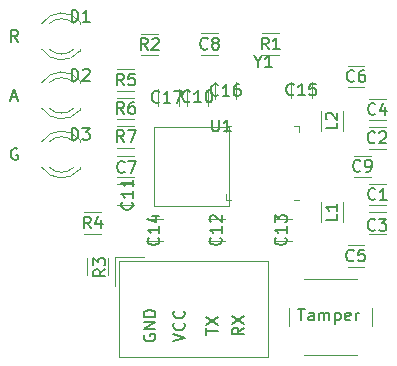
<source format=gbr>
%TF.GenerationSoftware,KiCad,Pcbnew,(5.1.9-0-10_14)*%
%TF.CreationDate,2021-04-13T15:10:33+01:00*%
%TF.ProjectId,PN532,504e3533-322e-46b6-9963-61645f706362,rev?*%
%TF.SameCoordinates,Original*%
%TF.FileFunction,Legend,Top*%
%TF.FilePolarity,Positive*%
%FSLAX46Y46*%
G04 Gerber Fmt 4.6, Leading zero omitted, Abs format (unit mm)*
G04 Created by KiCad (PCBNEW (5.1.9-0-10_14)) date 2021-04-13 15:10:33*
%MOMM*%
%LPD*%
G01*
G04 APERTURE LIST*
%ADD10C,0.150000*%
%ADD11C,0.120000*%
G04 APERTURE END LIST*
D10*
X130004761Y-91052380D02*
X130576190Y-91052380D01*
X130290476Y-92052380D02*
X130290476Y-91052380D01*
X131338095Y-92052380D02*
X131338095Y-91528571D01*
X131290476Y-91433333D01*
X131195238Y-91385714D01*
X131004761Y-91385714D01*
X130909523Y-91433333D01*
X131338095Y-92004761D02*
X131242857Y-92052380D01*
X131004761Y-92052380D01*
X130909523Y-92004761D01*
X130861904Y-91909523D01*
X130861904Y-91814285D01*
X130909523Y-91719047D01*
X131004761Y-91671428D01*
X131242857Y-91671428D01*
X131338095Y-91623809D01*
X131814285Y-92052380D02*
X131814285Y-91385714D01*
X131814285Y-91480952D02*
X131861904Y-91433333D01*
X131957142Y-91385714D01*
X132100000Y-91385714D01*
X132195238Y-91433333D01*
X132242857Y-91528571D01*
X132242857Y-92052380D01*
X132242857Y-91528571D02*
X132290476Y-91433333D01*
X132385714Y-91385714D01*
X132528571Y-91385714D01*
X132623809Y-91433333D01*
X132671428Y-91528571D01*
X132671428Y-92052380D01*
X133147619Y-91385714D02*
X133147619Y-92385714D01*
X133147619Y-91433333D02*
X133242857Y-91385714D01*
X133433333Y-91385714D01*
X133528571Y-91433333D01*
X133576190Y-91480952D01*
X133623809Y-91576190D01*
X133623809Y-91861904D01*
X133576190Y-91957142D01*
X133528571Y-92004761D01*
X133433333Y-92052380D01*
X133242857Y-92052380D01*
X133147619Y-92004761D01*
X134433333Y-92004761D02*
X134338095Y-92052380D01*
X134147619Y-92052380D01*
X134052380Y-92004761D01*
X134004761Y-91909523D01*
X134004761Y-91528571D01*
X134052380Y-91433333D01*
X134147619Y-91385714D01*
X134338095Y-91385714D01*
X134433333Y-91433333D01*
X134480952Y-91528571D01*
X134480952Y-91623809D01*
X134004761Y-91719047D01*
X134909523Y-92052380D02*
X134909523Y-91385714D01*
X134909523Y-91576190D02*
X134957142Y-91480952D01*
X135004761Y-91433333D01*
X135100000Y-91385714D01*
X135195238Y-91385714D01*
X106261904Y-77500000D02*
X106166666Y-77452380D01*
X106023809Y-77452380D01*
X105880952Y-77500000D01*
X105785714Y-77595238D01*
X105738095Y-77690476D01*
X105690476Y-77880952D01*
X105690476Y-78023809D01*
X105738095Y-78214285D01*
X105785714Y-78309523D01*
X105880952Y-78404761D01*
X106023809Y-78452380D01*
X106119047Y-78452380D01*
X106261904Y-78404761D01*
X106309523Y-78357142D01*
X106309523Y-78023809D01*
X106119047Y-78023809D01*
X105761904Y-73166666D02*
X106238095Y-73166666D01*
X105666666Y-73452380D02*
X106000000Y-72452380D01*
X106333333Y-73452380D01*
X106309523Y-68452380D02*
X105976190Y-67976190D01*
X105738095Y-68452380D02*
X105738095Y-67452380D01*
X106119047Y-67452380D01*
X106214285Y-67500000D01*
X106261904Y-67547619D01*
X106309523Y-67642857D01*
X106309523Y-67785714D01*
X106261904Y-67880952D01*
X106214285Y-67928571D01*
X106119047Y-67976190D01*
X105738095Y-67976190D01*
X125452380Y-92666666D02*
X124976190Y-93000000D01*
X125452380Y-93238095D02*
X124452380Y-93238095D01*
X124452380Y-92857142D01*
X124500000Y-92761904D01*
X124547619Y-92714285D01*
X124642857Y-92666666D01*
X124785714Y-92666666D01*
X124880952Y-92714285D01*
X124928571Y-92761904D01*
X124976190Y-92857142D01*
X124976190Y-93238095D01*
X124452380Y-92333333D02*
X125452380Y-91666666D01*
X124452380Y-91666666D02*
X125452380Y-92333333D01*
X122262380Y-93261904D02*
X122262380Y-92690476D01*
X123262380Y-92976190D02*
X122262380Y-92976190D01*
X122262380Y-92452380D02*
X123262380Y-91785714D01*
X122262380Y-91785714D02*
X123262380Y-92452380D01*
X119452380Y-93833333D02*
X120452380Y-93500000D01*
X119452380Y-93166666D01*
X120357142Y-92261904D02*
X120404761Y-92309523D01*
X120452380Y-92452380D01*
X120452380Y-92547619D01*
X120404761Y-92690476D01*
X120309523Y-92785714D01*
X120214285Y-92833333D01*
X120023809Y-92880952D01*
X119880952Y-92880952D01*
X119690476Y-92833333D01*
X119595238Y-92785714D01*
X119500000Y-92690476D01*
X119452380Y-92547619D01*
X119452380Y-92452380D01*
X119500000Y-92309523D01*
X119547619Y-92261904D01*
X120357142Y-91261904D02*
X120404761Y-91309523D01*
X120452380Y-91452380D01*
X120452380Y-91547619D01*
X120404761Y-91690476D01*
X120309523Y-91785714D01*
X120214285Y-91833333D01*
X120023809Y-91880952D01*
X119880952Y-91880952D01*
X119690476Y-91833333D01*
X119595238Y-91785714D01*
X119500000Y-91690476D01*
X119452380Y-91547619D01*
X119452380Y-91452380D01*
X119500000Y-91309523D01*
X119547619Y-91261904D01*
X117000000Y-93261904D02*
X116952380Y-93357142D01*
X116952380Y-93500000D01*
X117000000Y-93642857D01*
X117095238Y-93738095D01*
X117190476Y-93785714D01*
X117380952Y-93833333D01*
X117523809Y-93833333D01*
X117714285Y-93785714D01*
X117809523Y-93738095D01*
X117904761Y-93642857D01*
X117952380Y-93500000D01*
X117952380Y-93404761D01*
X117904761Y-93261904D01*
X117857142Y-93214285D01*
X117523809Y-93214285D01*
X117523809Y-93404761D01*
X117952380Y-92785714D02*
X116952380Y-92785714D01*
X117952380Y-92214285D01*
X116952380Y-92214285D01*
X117952380Y-91738095D02*
X116952380Y-91738095D01*
X116952380Y-91500000D01*
X117000000Y-91357142D01*
X117095238Y-91261904D01*
X117190476Y-91214285D01*
X117380952Y-91166666D01*
X117523809Y-91166666D01*
X117714285Y-91214285D01*
X117809523Y-91261904D01*
X117904761Y-91357142D01*
X117952380Y-91500000D01*
X117952380Y-91738095D01*
D11*
%TO.C,C11*%
X114726248Y-80490000D02*
X116148752Y-80490000D01*
X114726248Y-82310000D02*
X116148752Y-82310000D01*
%TO.C,C7*%
X114726248Y-78090000D02*
X116148752Y-78090000D01*
X114726248Y-79910000D02*
X116148752Y-79910000D01*
%TO.C,D3*%
X111560000Y-76920000D02*
X111560000Y-76764000D01*
X111560000Y-79236000D02*
X111560000Y-79080000D01*
X108958870Y-76920163D02*
G75*
G02*
X111040961Y-76920000I1041130J-1079837D01*
G01*
X108958870Y-79079837D02*
G75*
G03*
X111040961Y-79080000I1041130J1079837D01*
G01*
X108327665Y-76921392D02*
G75*
G02*
X111560000Y-76764484I1672335J-1078608D01*
G01*
X108327665Y-79078608D02*
G75*
G03*
X111560000Y-79235516I1672335J1078608D01*
G01*
%TO.C,D2*%
X111560000Y-71920000D02*
X111560000Y-71764000D01*
X111560000Y-74236000D02*
X111560000Y-74080000D01*
X108958870Y-71920163D02*
G75*
G02*
X111040961Y-71920000I1041130J-1079837D01*
G01*
X108958870Y-74079837D02*
G75*
G03*
X111040961Y-74080000I1041130J1079837D01*
G01*
X108327665Y-71921392D02*
G75*
G02*
X111560000Y-71764484I1672335J-1078608D01*
G01*
X108327665Y-74078608D02*
G75*
G03*
X111560000Y-74235516I1672335J1078608D01*
G01*
%TO.C,D1*%
X111560000Y-66920000D02*
X111560000Y-66764000D01*
X111560000Y-69236000D02*
X111560000Y-69080000D01*
X108958870Y-66920163D02*
G75*
G02*
X111040961Y-66920000I1041130J-1079837D01*
G01*
X108958870Y-69079837D02*
G75*
G03*
X111040961Y-69080000I1041130J1079837D01*
G01*
X108327665Y-66921392D02*
G75*
G02*
X111560000Y-66764484I1672335J-1078608D01*
G01*
X108327665Y-69078608D02*
G75*
G03*
X111560000Y-69235516I1672335J1078608D01*
G01*
%TO.C,SW1*%
X135000000Y-88500000D02*
X130500000Y-88500000D01*
X136250000Y-92500000D02*
X136250000Y-91000000D01*
X130500000Y-95000000D02*
X135000000Y-95000000D01*
X129250000Y-91000000D02*
X129250000Y-92500000D01*
%TO.C,U1*%
X124390000Y-81835000D02*
X123915000Y-81835000D01*
X123915000Y-81835000D02*
X123915000Y-81360000D01*
X129660000Y-75615000D02*
X130135000Y-75615000D01*
X130135000Y-75615000D02*
X130135000Y-76090000D01*
X124390000Y-75615000D02*
X123915000Y-75615000D01*
X123915000Y-75615000D02*
X123915000Y-76090000D01*
X129660000Y-81835000D02*
X130135000Y-81835000D01*
%TO.C,J3*%
X117850000Y-82325000D02*
X117850000Y-75675000D01*
X117850000Y-75675000D02*
X124150000Y-75675000D01*
X124150000Y-75675000D02*
X124150000Y-82325000D01*
X124150000Y-82325000D02*
X117850000Y-82325000D01*
%TO.C,R7*%
X116177064Y-77410000D02*
X114722936Y-77410000D01*
X116177064Y-75590000D02*
X114722936Y-75590000D01*
%TO.C,R6*%
X116177064Y-75010000D02*
X114722936Y-75010000D01*
X116177064Y-73190000D02*
X114722936Y-73190000D01*
%TO.C,R5*%
X116177064Y-72610000D02*
X114722936Y-72610000D01*
X116177064Y-70790000D02*
X114722936Y-70790000D01*
%TO.C,J2*%
X114540000Y-86690000D02*
X116950000Y-86690000D01*
X114540000Y-89100000D02*
X114540000Y-86690000D01*
X127460000Y-86990000D02*
X114840000Y-86990000D01*
X127460000Y-95110000D02*
X127460000Y-86990000D01*
X114840000Y-95110000D02*
X127460000Y-95110000D01*
X114840000Y-86990000D02*
X114840000Y-95110000D01*
%TO.C,L2*%
X133810000Y-74302258D02*
X133810000Y-75972742D01*
X131990000Y-74302258D02*
X131990000Y-75972742D01*
%TO.C,L1*%
X133810000Y-82027258D02*
X133810000Y-83697742D01*
X131990000Y-82027258D02*
X131990000Y-83697742D01*
%TO.C,R4*%
X111922936Y-82890000D02*
X113377064Y-82890000D01*
X111922936Y-84710000D02*
X113377064Y-84710000D01*
%TO.C,R3*%
X113960000Y-86772936D02*
X113960000Y-88227064D01*
X112140000Y-86772936D02*
X112140000Y-88227064D01*
%TO.C,R2*%
X118177064Y-69610000D02*
X116722936Y-69610000D01*
X118177064Y-67790000D02*
X116722936Y-67790000D01*
%TO.C,R1*%
X126972936Y-67740000D02*
X128427064Y-67740000D01*
X126972936Y-69560000D02*
X128427064Y-69560000D01*
%TO.C,C17*%
X118152500Y-73873752D02*
X118152500Y-72451248D01*
X119972500Y-73873752D02*
X119972500Y-72451248D01*
%TO.C,C16*%
X122990000Y-73273752D02*
X122990000Y-71851248D01*
X124810000Y-73273752D02*
X124810000Y-71851248D01*
%TO.C,C15*%
X129390000Y-73248752D02*
X129390000Y-71826248D01*
X131210000Y-73248752D02*
X131210000Y-71826248D01*
%TO.C,C14*%
X118548752Y-85310000D02*
X117126248Y-85310000D01*
X118548752Y-83490000D02*
X117126248Y-83490000D01*
%TO.C,C13*%
X129548752Y-85310000D02*
X128126248Y-85310000D01*
X129548752Y-83490000D02*
X128126248Y-83490000D01*
%TO.C,C12*%
X122426248Y-83490000D02*
X123848752Y-83490000D01*
X122426248Y-85310000D02*
X123848752Y-85310000D01*
%TO.C,C10*%
X122410000Y-72451248D02*
X122410000Y-73873752D01*
X120590000Y-72451248D02*
X120590000Y-73873752D01*
%TO.C,C9*%
X134751248Y-78090000D02*
X136173752Y-78090000D01*
X134751248Y-79910000D02*
X136173752Y-79910000D01*
%TO.C,C8*%
X121826248Y-67752500D02*
X123248752Y-67752500D01*
X121826248Y-69572500D02*
X123248752Y-69572500D01*
%TO.C,C6*%
X135648752Y-72310000D02*
X134226248Y-72310000D01*
X135648752Y-70490000D02*
X134226248Y-70490000D01*
%TO.C,C5*%
X135648752Y-87510000D02*
X134226248Y-87510000D01*
X135648752Y-85690000D02*
X134226248Y-85690000D01*
%TO.C,C4*%
X137448752Y-75110000D02*
X136026248Y-75110000D01*
X137448752Y-73290000D02*
X136026248Y-73290000D01*
%TO.C,C3*%
X136026248Y-82890000D02*
X137448752Y-82890000D01*
X136026248Y-84710000D02*
X137448752Y-84710000D01*
%TO.C,C2*%
X136026248Y-75690000D02*
X137448752Y-75690000D01*
X136026248Y-77510000D02*
X137448752Y-77510000D01*
%TO.C,C1*%
X137448752Y-82310000D02*
X136026248Y-82310000D01*
X137448752Y-80490000D02*
X136026248Y-80490000D01*
%TO.C,C11*%
D10*
X115957142Y-82042857D02*
X116004761Y-82090476D01*
X116052380Y-82233333D01*
X116052380Y-82328571D01*
X116004761Y-82471428D01*
X115909523Y-82566666D01*
X115814285Y-82614285D01*
X115623809Y-82661904D01*
X115480952Y-82661904D01*
X115290476Y-82614285D01*
X115195238Y-82566666D01*
X115100000Y-82471428D01*
X115052380Y-82328571D01*
X115052380Y-82233333D01*
X115100000Y-82090476D01*
X115147619Y-82042857D01*
X116052380Y-81090476D02*
X116052380Y-81661904D01*
X116052380Y-81376190D02*
X115052380Y-81376190D01*
X115195238Y-81471428D01*
X115290476Y-81566666D01*
X115338095Y-81661904D01*
X116052380Y-80138095D02*
X116052380Y-80709523D01*
X116052380Y-80423809D02*
X115052380Y-80423809D01*
X115195238Y-80519047D01*
X115290476Y-80614285D01*
X115338095Y-80709523D01*
%TO.C,C7*%
X115333333Y-79457142D02*
X115285714Y-79504761D01*
X115142857Y-79552380D01*
X115047619Y-79552380D01*
X114904761Y-79504761D01*
X114809523Y-79409523D01*
X114761904Y-79314285D01*
X114714285Y-79123809D01*
X114714285Y-78980952D01*
X114761904Y-78790476D01*
X114809523Y-78695238D01*
X114904761Y-78600000D01*
X115047619Y-78552380D01*
X115142857Y-78552380D01*
X115285714Y-78600000D01*
X115333333Y-78647619D01*
X115666666Y-78552380D02*
X116333333Y-78552380D01*
X115904761Y-79552380D01*
%TO.C,Y1*%
X126623809Y-70136190D02*
X126623809Y-70612380D01*
X126290476Y-69612380D02*
X126623809Y-70136190D01*
X126957142Y-69612380D01*
X127814285Y-70612380D02*
X127242857Y-70612380D01*
X127528571Y-70612380D02*
X127528571Y-69612380D01*
X127433333Y-69755238D01*
X127338095Y-69850476D01*
X127242857Y-69898095D01*
%TO.C,D3*%
X110861904Y-76752380D02*
X110861904Y-75752380D01*
X111100000Y-75752380D01*
X111242857Y-75800000D01*
X111338095Y-75895238D01*
X111385714Y-75990476D01*
X111433333Y-76180952D01*
X111433333Y-76323809D01*
X111385714Y-76514285D01*
X111338095Y-76609523D01*
X111242857Y-76704761D01*
X111100000Y-76752380D01*
X110861904Y-76752380D01*
X111766666Y-75752380D02*
X112385714Y-75752380D01*
X112052380Y-76133333D01*
X112195238Y-76133333D01*
X112290476Y-76180952D01*
X112338095Y-76228571D01*
X112385714Y-76323809D01*
X112385714Y-76561904D01*
X112338095Y-76657142D01*
X112290476Y-76704761D01*
X112195238Y-76752380D01*
X111909523Y-76752380D01*
X111814285Y-76704761D01*
X111766666Y-76657142D01*
%TO.C,D2*%
X110861904Y-71752380D02*
X110861904Y-70752380D01*
X111100000Y-70752380D01*
X111242857Y-70800000D01*
X111338095Y-70895238D01*
X111385714Y-70990476D01*
X111433333Y-71180952D01*
X111433333Y-71323809D01*
X111385714Y-71514285D01*
X111338095Y-71609523D01*
X111242857Y-71704761D01*
X111100000Y-71752380D01*
X110861904Y-71752380D01*
X111814285Y-70847619D02*
X111861904Y-70800000D01*
X111957142Y-70752380D01*
X112195238Y-70752380D01*
X112290476Y-70800000D01*
X112338095Y-70847619D01*
X112385714Y-70942857D01*
X112385714Y-71038095D01*
X112338095Y-71180952D01*
X111766666Y-71752380D01*
X112385714Y-71752380D01*
%TO.C,D1*%
X110861904Y-66752380D02*
X110861904Y-65752380D01*
X111100000Y-65752380D01*
X111242857Y-65800000D01*
X111338095Y-65895238D01*
X111385714Y-65990476D01*
X111433333Y-66180952D01*
X111433333Y-66323809D01*
X111385714Y-66514285D01*
X111338095Y-66609523D01*
X111242857Y-66704761D01*
X111100000Y-66752380D01*
X110861904Y-66752380D01*
X112385714Y-66752380D02*
X111814285Y-66752380D01*
X112100000Y-66752380D02*
X112100000Y-65752380D01*
X112004761Y-65895238D01*
X111909523Y-65990476D01*
X111814285Y-66038095D01*
%TO.C,U1*%
X122738095Y-75052380D02*
X122738095Y-75861904D01*
X122785714Y-75957142D01*
X122833333Y-76004761D01*
X122928571Y-76052380D01*
X123119047Y-76052380D01*
X123214285Y-76004761D01*
X123261904Y-75957142D01*
X123309523Y-75861904D01*
X123309523Y-75052380D01*
X124309523Y-76052380D02*
X123738095Y-76052380D01*
X124023809Y-76052380D02*
X124023809Y-75052380D01*
X123928571Y-75195238D01*
X123833333Y-75290476D01*
X123738095Y-75338095D01*
%TO.C,R7*%
X115283333Y-76952380D02*
X114950000Y-76476190D01*
X114711904Y-76952380D02*
X114711904Y-75952380D01*
X115092857Y-75952380D01*
X115188095Y-76000000D01*
X115235714Y-76047619D01*
X115283333Y-76142857D01*
X115283333Y-76285714D01*
X115235714Y-76380952D01*
X115188095Y-76428571D01*
X115092857Y-76476190D01*
X114711904Y-76476190D01*
X115616666Y-75952380D02*
X116283333Y-75952380D01*
X115854761Y-76952380D01*
%TO.C,R6*%
X115283333Y-74552380D02*
X114950000Y-74076190D01*
X114711904Y-74552380D02*
X114711904Y-73552380D01*
X115092857Y-73552380D01*
X115188095Y-73600000D01*
X115235714Y-73647619D01*
X115283333Y-73742857D01*
X115283333Y-73885714D01*
X115235714Y-73980952D01*
X115188095Y-74028571D01*
X115092857Y-74076190D01*
X114711904Y-74076190D01*
X116140476Y-73552380D02*
X115950000Y-73552380D01*
X115854761Y-73600000D01*
X115807142Y-73647619D01*
X115711904Y-73790476D01*
X115664285Y-73980952D01*
X115664285Y-74361904D01*
X115711904Y-74457142D01*
X115759523Y-74504761D01*
X115854761Y-74552380D01*
X116045238Y-74552380D01*
X116140476Y-74504761D01*
X116188095Y-74457142D01*
X116235714Y-74361904D01*
X116235714Y-74123809D01*
X116188095Y-74028571D01*
X116140476Y-73980952D01*
X116045238Y-73933333D01*
X115854761Y-73933333D01*
X115759523Y-73980952D01*
X115711904Y-74028571D01*
X115664285Y-74123809D01*
%TO.C,R5*%
X115283333Y-72152380D02*
X114950000Y-71676190D01*
X114711904Y-72152380D02*
X114711904Y-71152380D01*
X115092857Y-71152380D01*
X115188095Y-71200000D01*
X115235714Y-71247619D01*
X115283333Y-71342857D01*
X115283333Y-71485714D01*
X115235714Y-71580952D01*
X115188095Y-71628571D01*
X115092857Y-71676190D01*
X114711904Y-71676190D01*
X116188095Y-71152380D02*
X115711904Y-71152380D01*
X115664285Y-71628571D01*
X115711904Y-71580952D01*
X115807142Y-71533333D01*
X116045238Y-71533333D01*
X116140476Y-71580952D01*
X116188095Y-71628571D01*
X116235714Y-71723809D01*
X116235714Y-71961904D01*
X116188095Y-72057142D01*
X116140476Y-72104761D01*
X116045238Y-72152380D01*
X115807142Y-72152380D01*
X115711904Y-72104761D01*
X115664285Y-72057142D01*
%TO.C,L2*%
X133352380Y-75304166D02*
X133352380Y-75780357D01*
X132352380Y-75780357D01*
X132447619Y-75018452D02*
X132400000Y-74970833D01*
X132352380Y-74875595D01*
X132352380Y-74637500D01*
X132400000Y-74542261D01*
X132447619Y-74494642D01*
X132542857Y-74447023D01*
X132638095Y-74447023D01*
X132780952Y-74494642D01*
X133352380Y-75066071D01*
X133352380Y-74447023D01*
%TO.C,L1*%
X133352380Y-83029166D02*
X133352380Y-83505357D01*
X132352380Y-83505357D01*
X133352380Y-82172023D02*
X133352380Y-82743452D01*
X133352380Y-82457738D02*
X132352380Y-82457738D01*
X132495238Y-82552976D01*
X132590476Y-82648214D01*
X132638095Y-82743452D01*
%TO.C,R4*%
X112483333Y-84252380D02*
X112150000Y-83776190D01*
X111911904Y-84252380D02*
X111911904Y-83252380D01*
X112292857Y-83252380D01*
X112388095Y-83300000D01*
X112435714Y-83347619D01*
X112483333Y-83442857D01*
X112483333Y-83585714D01*
X112435714Y-83680952D01*
X112388095Y-83728571D01*
X112292857Y-83776190D01*
X111911904Y-83776190D01*
X113340476Y-83585714D02*
X113340476Y-84252380D01*
X113102380Y-83204761D02*
X112864285Y-83919047D01*
X113483333Y-83919047D01*
%TO.C,R3*%
X113702380Y-87716666D02*
X113226190Y-88050000D01*
X113702380Y-88288095D02*
X112702380Y-88288095D01*
X112702380Y-87907142D01*
X112750000Y-87811904D01*
X112797619Y-87764285D01*
X112892857Y-87716666D01*
X113035714Y-87716666D01*
X113130952Y-87764285D01*
X113178571Y-87811904D01*
X113226190Y-87907142D01*
X113226190Y-88288095D01*
X112702380Y-87383333D02*
X112702380Y-86764285D01*
X113083333Y-87097619D01*
X113083333Y-86954761D01*
X113130952Y-86859523D01*
X113178571Y-86811904D01*
X113273809Y-86764285D01*
X113511904Y-86764285D01*
X113607142Y-86811904D01*
X113654761Y-86859523D01*
X113702380Y-86954761D01*
X113702380Y-87240476D01*
X113654761Y-87335714D01*
X113607142Y-87383333D01*
%TO.C,R2*%
X117283333Y-69152380D02*
X116950000Y-68676190D01*
X116711904Y-69152380D02*
X116711904Y-68152380D01*
X117092857Y-68152380D01*
X117188095Y-68200000D01*
X117235714Y-68247619D01*
X117283333Y-68342857D01*
X117283333Y-68485714D01*
X117235714Y-68580952D01*
X117188095Y-68628571D01*
X117092857Y-68676190D01*
X116711904Y-68676190D01*
X117664285Y-68247619D02*
X117711904Y-68200000D01*
X117807142Y-68152380D01*
X118045238Y-68152380D01*
X118140476Y-68200000D01*
X118188095Y-68247619D01*
X118235714Y-68342857D01*
X118235714Y-68438095D01*
X118188095Y-68580952D01*
X117616666Y-69152380D01*
X118235714Y-69152380D01*
%TO.C,R1*%
X127533333Y-69102380D02*
X127200000Y-68626190D01*
X126961904Y-69102380D02*
X126961904Y-68102380D01*
X127342857Y-68102380D01*
X127438095Y-68150000D01*
X127485714Y-68197619D01*
X127533333Y-68292857D01*
X127533333Y-68435714D01*
X127485714Y-68530952D01*
X127438095Y-68578571D01*
X127342857Y-68626190D01*
X126961904Y-68626190D01*
X128485714Y-69102380D02*
X127914285Y-69102380D01*
X128200000Y-69102380D02*
X128200000Y-68102380D01*
X128104761Y-68245238D01*
X128009523Y-68340476D01*
X127914285Y-68388095D01*
%TO.C,C17*%
X118257142Y-73519642D02*
X118209523Y-73567261D01*
X118066666Y-73614880D01*
X117971428Y-73614880D01*
X117828571Y-73567261D01*
X117733333Y-73472023D01*
X117685714Y-73376785D01*
X117638095Y-73186309D01*
X117638095Y-73043452D01*
X117685714Y-72852976D01*
X117733333Y-72757738D01*
X117828571Y-72662500D01*
X117971428Y-72614880D01*
X118066666Y-72614880D01*
X118209523Y-72662500D01*
X118257142Y-72710119D01*
X119209523Y-73614880D02*
X118638095Y-73614880D01*
X118923809Y-73614880D02*
X118923809Y-72614880D01*
X118828571Y-72757738D01*
X118733333Y-72852976D01*
X118638095Y-72900595D01*
X119542857Y-72614880D02*
X120209523Y-72614880D01*
X119780952Y-73614880D01*
%TO.C,C16*%
X123257142Y-72957142D02*
X123209523Y-73004761D01*
X123066666Y-73052380D01*
X122971428Y-73052380D01*
X122828571Y-73004761D01*
X122733333Y-72909523D01*
X122685714Y-72814285D01*
X122638095Y-72623809D01*
X122638095Y-72480952D01*
X122685714Y-72290476D01*
X122733333Y-72195238D01*
X122828571Y-72100000D01*
X122971428Y-72052380D01*
X123066666Y-72052380D01*
X123209523Y-72100000D01*
X123257142Y-72147619D01*
X124209523Y-73052380D02*
X123638095Y-73052380D01*
X123923809Y-73052380D02*
X123923809Y-72052380D01*
X123828571Y-72195238D01*
X123733333Y-72290476D01*
X123638095Y-72338095D01*
X125066666Y-72052380D02*
X124876190Y-72052380D01*
X124780952Y-72100000D01*
X124733333Y-72147619D01*
X124638095Y-72290476D01*
X124590476Y-72480952D01*
X124590476Y-72861904D01*
X124638095Y-72957142D01*
X124685714Y-73004761D01*
X124780952Y-73052380D01*
X124971428Y-73052380D01*
X125066666Y-73004761D01*
X125114285Y-72957142D01*
X125161904Y-72861904D01*
X125161904Y-72623809D01*
X125114285Y-72528571D01*
X125066666Y-72480952D01*
X124971428Y-72433333D01*
X124780952Y-72433333D01*
X124685714Y-72480952D01*
X124638095Y-72528571D01*
X124590476Y-72623809D01*
%TO.C,C15*%
X129657142Y-72894642D02*
X129609523Y-72942261D01*
X129466666Y-72989880D01*
X129371428Y-72989880D01*
X129228571Y-72942261D01*
X129133333Y-72847023D01*
X129085714Y-72751785D01*
X129038095Y-72561309D01*
X129038095Y-72418452D01*
X129085714Y-72227976D01*
X129133333Y-72132738D01*
X129228571Y-72037500D01*
X129371428Y-71989880D01*
X129466666Y-71989880D01*
X129609523Y-72037500D01*
X129657142Y-72085119D01*
X130609523Y-72989880D02*
X130038095Y-72989880D01*
X130323809Y-72989880D02*
X130323809Y-71989880D01*
X130228571Y-72132738D01*
X130133333Y-72227976D01*
X130038095Y-72275595D01*
X131514285Y-71989880D02*
X131038095Y-71989880D01*
X130990476Y-72466071D01*
X131038095Y-72418452D01*
X131133333Y-72370833D01*
X131371428Y-72370833D01*
X131466666Y-72418452D01*
X131514285Y-72466071D01*
X131561904Y-72561309D01*
X131561904Y-72799404D01*
X131514285Y-72894642D01*
X131466666Y-72942261D01*
X131371428Y-72989880D01*
X131133333Y-72989880D01*
X131038095Y-72942261D01*
X130990476Y-72894642D01*
%TO.C,C14*%
X118194642Y-85042857D02*
X118242261Y-85090476D01*
X118289880Y-85233333D01*
X118289880Y-85328571D01*
X118242261Y-85471428D01*
X118147023Y-85566666D01*
X118051785Y-85614285D01*
X117861309Y-85661904D01*
X117718452Y-85661904D01*
X117527976Y-85614285D01*
X117432738Y-85566666D01*
X117337500Y-85471428D01*
X117289880Y-85328571D01*
X117289880Y-85233333D01*
X117337500Y-85090476D01*
X117385119Y-85042857D01*
X118289880Y-84090476D02*
X118289880Y-84661904D01*
X118289880Y-84376190D02*
X117289880Y-84376190D01*
X117432738Y-84471428D01*
X117527976Y-84566666D01*
X117575595Y-84661904D01*
X117623214Y-83233333D02*
X118289880Y-83233333D01*
X117242261Y-83471428D02*
X117956547Y-83709523D01*
X117956547Y-83090476D01*
%TO.C,C13*%
X128957142Y-85042857D02*
X129004761Y-85090476D01*
X129052380Y-85233333D01*
X129052380Y-85328571D01*
X129004761Y-85471428D01*
X128909523Y-85566666D01*
X128814285Y-85614285D01*
X128623809Y-85661904D01*
X128480952Y-85661904D01*
X128290476Y-85614285D01*
X128195238Y-85566666D01*
X128100000Y-85471428D01*
X128052380Y-85328571D01*
X128052380Y-85233333D01*
X128100000Y-85090476D01*
X128147619Y-85042857D01*
X129052380Y-84090476D02*
X129052380Y-84661904D01*
X129052380Y-84376190D02*
X128052380Y-84376190D01*
X128195238Y-84471428D01*
X128290476Y-84566666D01*
X128338095Y-84661904D01*
X128052380Y-83757142D02*
X128052380Y-83138095D01*
X128433333Y-83471428D01*
X128433333Y-83328571D01*
X128480952Y-83233333D01*
X128528571Y-83185714D01*
X128623809Y-83138095D01*
X128861904Y-83138095D01*
X128957142Y-83185714D01*
X129004761Y-83233333D01*
X129052380Y-83328571D01*
X129052380Y-83614285D01*
X129004761Y-83709523D01*
X128957142Y-83757142D01*
%TO.C,C12*%
X123457142Y-85042857D02*
X123504761Y-85090476D01*
X123552380Y-85233333D01*
X123552380Y-85328571D01*
X123504761Y-85471428D01*
X123409523Y-85566666D01*
X123314285Y-85614285D01*
X123123809Y-85661904D01*
X122980952Y-85661904D01*
X122790476Y-85614285D01*
X122695238Y-85566666D01*
X122600000Y-85471428D01*
X122552380Y-85328571D01*
X122552380Y-85233333D01*
X122600000Y-85090476D01*
X122647619Y-85042857D01*
X123552380Y-84090476D02*
X123552380Y-84661904D01*
X123552380Y-84376190D02*
X122552380Y-84376190D01*
X122695238Y-84471428D01*
X122790476Y-84566666D01*
X122838095Y-84661904D01*
X122647619Y-83709523D02*
X122600000Y-83661904D01*
X122552380Y-83566666D01*
X122552380Y-83328571D01*
X122600000Y-83233333D01*
X122647619Y-83185714D01*
X122742857Y-83138095D01*
X122838095Y-83138095D01*
X122980952Y-83185714D01*
X123552380Y-83757142D01*
X123552380Y-83138095D01*
%TO.C,C10*%
X120857142Y-73482142D02*
X120809523Y-73529761D01*
X120666666Y-73577380D01*
X120571428Y-73577380D01*
X120428571Y-73529761D01*
X120333333Y-73434523D01*
X120285714Y-73339285D01*
X120238095Y-73148809D01*
X120238095Y-73005952D01*
X120285714Y-72815476D01*
X120333333Y-72720238D01*
X120428571Y-72625000D01*
X120571428Y-72577380D01*
X120666666Y-72577380D01*
X120809523Y-72625000D01*
X120857142Y-72672619D01*
X121809523Y-73577380D02*
X121238095Y-73577380D01*
X121523809Y-73577380D02*
X121523809Y-72577380D01*
X121428571Y-72720238D01*
X121333333Y-72815476D01*
X121238095Y-72863095D01*
X122428571Y-72577380D02*
X122523809Y-72577380D01*
X122619047Y-72625000D01*
X122666666Y-72672619D01*
X122714285Y-72767857D01*
X122761904Y-72958333D01*
X122761904Y-73196428D01*
X122714285Y-73386904D01*
X122666666Y-73482142D01*
X122619047Y-73529761D01*
X122523809Y-73577380D01*
X122428571Y-73577380D01*
X122333333Y-73529761D01*
X122285714Y-73482142D01*
X122238095Y-73386904D01*
X122190476Y-73196428D01*
X122190476Y-72958333D01*
X122238095Y-72767857D01*
X122285714Y-72672619D01*
X122333333Y-72625000D01*
X122428571Y-72577380D01*
%TO.C,C9*%
X135295833Y-79357142D02*
X135248214Y-79404761D01*
X135105357Y-79452380D01*
X135010119Y-79452380D01*
X134867261Y-79404761D01*
X134772023Y-79309523D01*
X134724404Y-79214285D01*
X134676785Y-79023809D01*
X134676785Y-78880952D01*
X134724404Y-78690476D01*
X134772023Y-78595238D01*
X134867261Y-78500000D01*
X135010119Y-78452380D01*
X135105357Y-78452380D01*
X135248214Y-78500000D01*
X135295833Y-78547619D01*
X135772023Y-79452380D02*
X135962500Y-79452380D01*
X136057738Y-79404761D01*
X136105357Y-79357142D01*
X136200595Y-79214285D01*
X136248214Y-79023809D01*
X136248214Y-78642857D01*
X136200595Y-78547619D01*
X136152976Y-78500000D01*
X136057738Y-78452380D01*
X135867261Y-78452380D01*
X135772023Y-78500000D01*
X135724404Y-78547619D01*
X135676785Y-78642857D01*
X135676785Y-78880952D01*
X135724404Y-78976190D01*
X135772023Y-79023809D01*
X135867261Y-79071428D01*
X136057738Y-79071428D01*
X136152976Y-79023809D01*
X136200595Y-78976190D01*
X136248214Y-78880952D01*
%TO.C,C8*%
X122370833Y-69019642D02*
X122323214Y-69067261D01*
X122180357Y-69114880D01*
X122085119Y-69114880D01*
X121942261Y-69067261D01*
X121847023Y-68972023D01*
X121799404Y-68876785D01*
X121751785Y-68686309D01*
X121751785Y-68543452D01*
X121799404Y-68352976D01*
X121847023Y-68257738D01*
X121942261Y-68162500D01*
X122085119Y-68114880D01*
X122180357Y-68114880D01*
X122323214Y-68162500D01*
X122370833Y-68210119D01*
X122942261Y-68543452D02*
X122847023Y-68495833D01*
X122799404Y-68448214D01*
X122751785Y-68352976D01*
X122751785Y-68305357D01*
X122799404Y-68210119D01*
X122847023Y-68162500D01*
X122942261Y-68114880D01*
X123132738Y-68114880D01*
X123227976Y-68162500D01*
X123275595Y-68210119D01*
X123323214Y-68305357D01*
X123323214Y-68352976D01*
X123275595Y-68448214D01*
X123227976Y-68495833D01*
X123132738Y-68543452D01*
X122942261Y-68543452D01*
X122847023Y-68591071D01*
X122799404Y-68638690D01*
X122751785Y-68733928D01*
X122751785Y-68924404D01*
X122799404Y-69019642D01*
X122847023Y-69067261D01*
X122942261Y-69114880D01*
X123132738Y-69114880D01*
X123227976Y-69067261D01*
X123275595Y-69019642D01*
X123323214Y-68924404D01*
X123323214Y-68733928D01*
X123275595Y-68638690D01*
X123227976Y-68591071D01*
X123132738Y-68543452D01*
%TO.C,C6*%
X134770833Y-71757142D02*
X134723214Y-71804761D01*
X134580357Y-71852380D01*
X134485119Y-71852380D01*
X134342261Y-71804761D01*
X134247023Y-71709523D01*
X134199404Y-71614285D01*
X134151785Y-71423809D01*
X134151785Y-71280952D01*
X134199404Y-71090476D01*
X134247023Y-70995238D01*
X134342261Y-70900000D01*
X134485119Y-70852380D01*
X134580357Y-70852380D01*
X134723214Y-70900000D01*
X134770833Y-70947619D01*
X135627976Y-70852380D02*
X135437500Y-70852380D01*
X135342261Y-70900000D01*
X135294642Y-70947619D01*
X135199404Y-71090476D01*
X135151785Y-71280952D01*
X135151785Y-71661904D01*
X135199404Y-71757142D01*
X135247023Y-71804761D01*
X135342261Y-71852380D01*
X135532738Y-71852380D01*
X135627976Y-71804761D01*
X135675595Y-71757142D01*
X135723214Y-71661904D01*
X135723214Y-71423809D01*
X135675595Y-71328571D01*
X135627976Y-71280952D01*
X135532738Y-71233333D01*
X135342261Y-71233333D01*
X135247023Y-71280952D01*
X135199404Y-71328571D01*
X135151785Y-71423809D01*
%TO.C,C5*%
X134733333Y-86957142D02*
X134685714Y-87004761D01*
X134542857Y-87052380D01*
X134447619Y-87052380D01*
X134304761Y-87004761D01*
X134209523Y-86909523D01*
X134161904Y-86814285D01*
X134114285Y-86623809D01*
X134114285Y-86480952D01*
X134161904Y-86290476D01*
X134209523Y-86195238D01*
X134304761Y-86100000D01*
X134447619Y-86052380D01*
X134542857Y-86052380D01*
X134685714Y-86100000D01*
X134733333Y-86147619D01*
X135638095Y-86052380D02*
X135161904Y-86052380D01*
X135114285Y-86528571D01*
X135161904Y-86480952D01*
X135257142Y-86433333D01*
X135495238Y-86433333D01*
X135590476Y-86480952D01*
X135638095Y-86528571D01*
X135685714Y-86623809D01*
X135685714Y-86861904D01*
X135638095Y-86957142D01*
X135590476Y-87004761D01*
X135495238Y-87052380D01*
X135257142Y-87052380D01*
X135161904Y-87004761D01*
X135114285Y-86957142D01*
%TO.C,C4*%
X136570833Y-74557142D02*
X136523214Y-74604761D01*
X136380357Y-74652380D01*
X136285119Y-74652380D01*
X136142261Y-74604761D01*
X136047023Y-74509523D01*
X135999404Y-74414285D01*
X135951785Y-74223809D01*
X135951785Y-74080952D01*
X135999404Y-73890476D01*
X136047023Y-73795238D01*
X136142261Y-73700000D01*
X136285119Y-73652380D01*
X136380357Y-73652380D01*
X136523214Y-73700000D01*
X136570833Y-73747619D01*
X137427976Y-73985714D02*
X137427976Y-74652380D01*
X137189880Y-73604761D02*
X136951785Y-74319047D01*
X137570833Y-74319047D01*
%TO.C,C3*%
X136533333Y-84357142D02*
X136485714Y-84404761D01*
X136342857Y-84452380D01*
X136247619Y-84452380D01*
X136104761Y-84404761D01*
X136009523Y-84309523D01*
X135961904Y-84214285D01*
X135914285Y-84023809D01*
X135914285Y-83880952D01*
X135961904Y-83690476D01*
X136009523Y-83595238D01*
X136104761Y-83500000D01*
X136247619Y-83452380D01*
X136342857Y-83452380D01*
X136485714Y-83500000D01*
X136533333Y-83547619D01*
X136866666Y-83452380D02*
X137485714Y-83452380D01*
X137152380Y-83833333D01*
X137295238Y-83833333D01*
X137390476Y-83880952D01*
X137438095Y-83928571D01*
X137485714Y-84023809D01*
X137485714Y-84261904D01*
X137438095Y-84357142D01*
X137390476Y-84404761D01*
X137295238Y-84452380D01*
X137009523Y-84452380D01*
X136914285Y-84404761D01*
X136866666Y-84357142D01*
%TO.C,C2*%
X136533333Y-76957142D02*
X136485714Y-77004761D01*
X136342857Y-77052380D01*
X136247619Y-77052380D01*
X136104761Y-77004761D01*
X136009523Y-76909523D01*
X135961904Y-76814285D01*
X135914285Y-76623809D01*
X135914285Y-76480952D01*
X135961904Y-76290476D01*
X136009523Y-76195238D01*
X136104761Y-76100000D01*
X136247619Y-76052380D01*
X136342857Y-76052380D01*
X136485714Y-76100000D01*
X136533333Y-76147619D01*
X136914285Y-76147619D02*
X136961904Y-76100000D01*
X137057142Y-76052380D01*
X137295238Y-76052380D01*
X137390476Y-76100000D01*
X137438095Y-76147619D01*
X137485714Y-76242857D01*
X137485714Y-76338095D01*
X137438095Y-76480952D01*
X136866666Y-77052380D01*
X137485714Y-77052380D01*
%TO.C,C1*%
X136570833Y-81757142D02*
X136523214Y-81804761D01*
X136380357Y-81852380D01*
X136285119Y-81852380D01*
X136142261Y-81804761D01*
X136047023Y-81709523D01*
X135999404Y-81614285D01*
X135951785Y-81423809D01*
X135951785Y-81280952D01*
X135999404Y-81090476D01*
X136047023Y-80995238D01*
X136142261Y-80900000D01*
X136285119Y-80852380D01*
X136380357Y-80852380D01*
X136523214Y-80900000D01*
X136570833Y-80947619D01*
X137523214Y-81852380D02*
X136951785Y-81852380D01*
X137237500Y-81852380D02*
X137237500Y-80852380D01*
X137142261Y-80995238D01*
X137047023Y-81090476D01*
X136951785Y-81138095D01*
%TD*%
M02*

</source>
